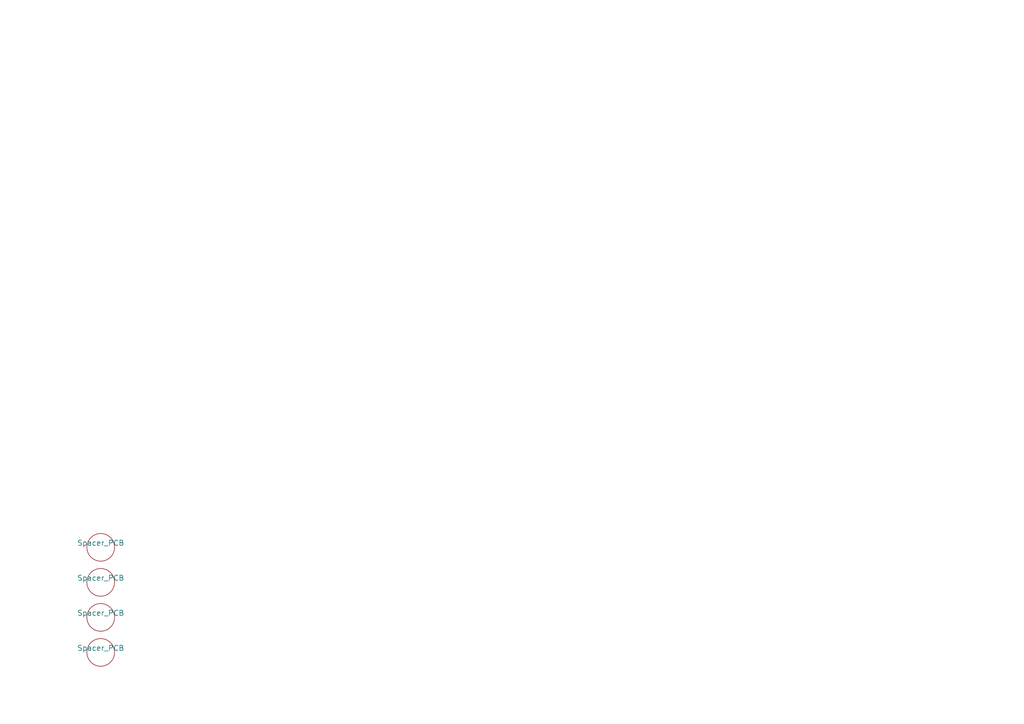
<source format=kicad_sch>
(kicad_sch (version 20211123) (generator eeschema)
  (paper "A4")
  (title_block (title "Little Big Scroll 8 - Rear") (date "2023-04-05") (rev "v1.0.0") (company "Tweety's Wild Thinking") (comment 1 "Markus Knutsson <markus.knutsson@tweety.se>") (comment 2 "https://github.com/TweetyDaBird") (comment 3 "Licensed under Creative Commons BY-SA 4.0 International"))
  (lib_symbols
    (symbol "Keyboard_Plate:Spacer_PCB" (pin_names (offset 1.016))
      (property "Value" "Spacer_PCB" (at 0 1.27 0))
      (symbol "Spacer_PCB_0_1"
        (circle (center 0 0) (radius 4.0132))
      )
    )
    (symbol "Spacer_PCB_1" (pin_names (offset 1.016))
      (property "Value" "Spacer_PCB_1" (at 0 1.27 0))
      (symbol "Spacer_PCB_1_0_1"
        (circle (center 0 0) (radius 4.0132))
      )
    )
    (symbol "Spacer_PCB_2" (pin_names (offset 1.016))
      (property "Value" "Spacer_PCB_2" (at 0 1.27 0))
      (symbol "Spacer_PCB_2_0_1"
        (circle (center 0 0) (radius 4.0132))
      )
    )
    (symbol "Spacer_PCB_3" (pin_names (offset 1.016))
      (property "Value" "Spacer_PCB_3" (at 0 1.27 0))
      (symbol "Spacer_PCB_3_0_1"
        (circle (center 0 0) (radius 4.0132))
      )
    )
  )
  (symbol (lib_name "Spacer_PCB_2") (lib_id "Keyboard_Plate:Spacer_PCB") (at 29.21 189.23 0) (unit 1)
    (property "Reference" "H4" (effects hide))
    (property "Value" "Spacer_PCB" (at 29.21 187.96 0) (effects (font (size 1.524 1.524))))
    (property "Footprint" "Keyboard_Plate:Spacer Plate hole" (effects hide))
  )
  (symbol (lib_name "Spacer_PCB_3") (lib_id "Keyboard_Plate:Spacer_PCB") (at 29.21 168.91 0) (unit 1)
    (property "Reference" "H2" (effects hide))
    (property "Value" "Spacer_PCB" (at 29.21 167.64 0) (effects (font (size 1.524 1.524))))
    (property "Footprint" "Keyboard_Plate:Spacer Plate hole" (effects hide))
  )
  (symbol (lib_id "Keyboard_Plate:Spacer_PCB") (at 29.21 158.75 0) (unit 1)
    (property "Reference" "H1" (effects hide))
    (property "Value" "Spacer_PCB" (at 29.21 157.48 0) (effects (font (size 1.524 1.524))))
    (property "Footprint" "Keyboard_Plate:Spacer Plate hole" (effects hide))
  )
  (symbol (lib_name "Spacer_PCB_1") (lib_id "Keyboard_Plate:Spacer_PCB") (at 29.21 179.07 0) (unit 1)
    (property "Reference" "H3" (effects hide))
    (property "Value" "Spacer_PCB" (at 29.21 177.8 0) (effects (font (size 1.524 1.524))))
    (property "Footprint" "Keyboard_Plate:Spacer Plate hole" (effects hide))
  )
)
</source>
